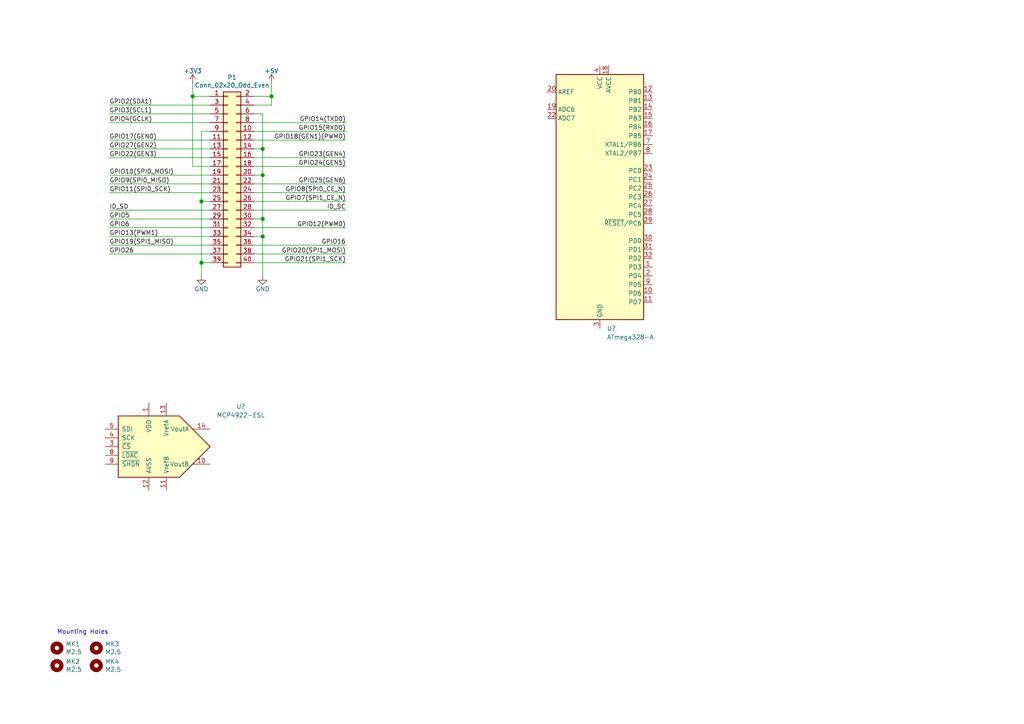
<source format=kicad_sch>
(kicad_sch (version 20211123) (generator eeschema)
  (paper "A4")
  (title_block (title "Audio Board for Raspberry Pi 3 based Open Tester") (date "2022-02-21") (rev "0.1") (company "Beech Grove"))
  (lib_symbols
    (symbol "Analog_DAC:MCP4922-ESL" (pin_names (offset 1.016))
      (property "Reference" "U" (at -10.16 10.16 0))
      (property "Value" "MCP4922-ESL" (at 3.81 10.16 0))
      (symbol "MCP4922-ESL_0_1"
        (polyline (pts (xy -11.43 8.89) (xy 6.35 8.89) (xy 15.24 0) (xy 6.35 -8.89) (xy -11.43 -8.89) (xy -11.43 8.89)) (stroke (width 0.254)) (fill (type background)))
      )
      (symbol "MCP4922-ESL_1_1"
        (pin power_in line (at -2.54 12.7 270) (length 3.81) (name "VDD") (number "1"))
        (pin passive line (at 15.24 -5.08 180) (length 5.08) (name "VoutB") (number "10"))
        (pin passive line (at 2.54 -12.7 90) (length 3.81) (name "VrefB") (number "11"))
        (pin power_in line (at -2.54 -12.7 90) (length 3.81) (name "AVSS") (number "12"))
        (pin passive line (at 2.54 12.7 270) (length 3.81) (name "VrefA") (number "13"))
        (pin passive line (at 15.24 5.08 180) (length 5.08) (name "VoutA") (number "14"))
        (pin no_connect line (at -5.08 -12.7 90) (length 2.54) hide (name "NC") (number "2"))
        (pin input line (at -15.24 0 0) (length 3.81) (name "~{CS}") (number "3"))
        (pin input line (at -15.24 2.54 0) (length 3.81) (name "SCK") (number "4"))
        (pin input line (at -15.24 5.08 0) (length 3.81) (name "SDI") (number "5"))
        (pin no_connect line (at -7.62 -12.7 90) (length 2.54) hide (name "NC") (number "6"))
        (pin no_connect line (at -10.16 -12.7 90) (length 2.54) hide (name "NC") (number "7"))
        (pin input line (at -15.24 -2.54 0) (length 3.81) (name "~{LDAC}") (number "8"))
        (pin input line (at -15.24 -5.08 0) (length 3.81) (name "~{SHDN}") (number "9"))
      )
    )
    (symbol "Connector_Generic:Conn_02x20_Odd_Even" (pin_names (offset 1.016) hide)
      (property "Reference" "J" (at 1.27 25.4 0))
      (property "Value" "Conn_02x20_Odd_Even" (at 1.27 -27.94 0))
      (symbol "Conn_02x20_Odd_Even_1_1"
        (rectangle (start -1.27 -25.273) (end 0 -25.527) (stroke (width 0.1524)))
        (rectangle (start -1.27 -22.733) (end 0 -22.987) (stroke (width 0.1524)))
        (rectangle (start -1.27 -20.193) (end 0 -20.447) (stroke (width 0.1524)))
        (rectangle (start -1.27 -17.653) (end 0 -17.907) (stroke (width 0.1524)))
        (rectangle (start -1.27 -15.113) (end 0 -15.367) (stroke (width 0.1524)))
        (rectangle (start -1.27 -12.573) (end 0 -12.827) (stroke (width 0.1524)))
        (rectangle (start -1.27 -10.033) (end 0 -10.287) (stroke (width 0.1524)))
        (rectangle (start -1.27 -7.493) (end 0 -7.747) (stroke (width 0.1524)))
        (rectangle (start -1.27 -4.953) (end 0 -5.207) (stroke (width 0.1524)))
        (rectangle (start -1.27 -2.413) (end 0 -2.667) (stroke (width 0.1524)))
        (rectangle (start -1.27 0.127) (end 0 -0.127) (stroke (width 0.1524)))
        (rectangle (start -1.27 2.667) (end 0 2.413) (stroke (width 0.1524)))
        (rectangle (start -1.27 5.207) (end 0 4.953) (stroke (width 0.1524)))
        (rectangle (start -1.27 7.747) (end 0 7.493) (stroke (width 0.1524)))
        (rectangle (start -1.27 10.287) (end 0 10.033) (stroke (width 0.1524)))
        (rectangle (start -1.27 12.827) (end 0 12.573) (stroke (width 0.1524)))
        (rectangle (start -1.27 15.367) (end 0 15.113) (stroke (width 0.1524)))
        (rectangle (start -1.27 17.907) (end 0 17.653) (stroke (width 0.1524)))
        (rectangle (start -1.27 20.447) (end 0 20.193) (stroke (width 0.1524)))
        (rectangle (start -1.27 22.987) (end 0 22.733) (stroke (width 0.1524)))
        (rectangle (start -1.27 24.13) (end 3.81 -26.67) (stroke (width 0.254)) (fill (type background)))
        (rectangle (start 3.81 -25.273) (end 2.54 -25.527) (stroke (width 0.1524)))
        (rectangle (start 3.81 -22.733) (end 2.54 -22.987) (stroke (width 0.1524)))
        (rectangle (start 3.81 -20.193) (end 2.54 -20.447) (stroke (width 0.1524)))
        (rectangle (start 3.81 -17.653) (end 2.54 -17.907) (stroke (width 0.1524)))
        (rectangle (start 3.81 -15.113) (end 2.54 -15.367) (stroke (width 0.1524)))
        (rectangle (start 3.81 -12.573) (end 2.54 -12.827) (stroke (width 0.1524)))
        (rectangle (start 3.81 -10.033) (end 2.54 -10.287) (stroke (width 0.1524)))
        (rectangle (start 3.81 -7.493) (end 2.54 -7.747) (stroke (width 0.1524)))
        (rectangle (start 3.81 -4.953) (end 2.54 -5.207) (stroke (width 0.1524)))
        (rectangle (start 3.81 -2.413) (end 2.54 -2.667) (stroke (width 0.1524)))
        (rectangle (start 3.81 0.127) (end 2.54 -0.127) (stroke (width 0.1524)))
        (rectangle (start 3.81 2.667) (end 2.54 2.413) (stroke (width 0.1524)))
        (rectangle (start 3.81 5.207) (end 2.54 4.953) (stroke (width 0.1524)))
        (rectangle (start 3.81 7.747) (end 2.54 7.493) (stroke (width 0.1524)))
        (rectangle (start 3.81 10.287) (end 2.54 10.033) (stroke (width 0.1524)))
        (rectangle (start 3.81 12.827) (end 2.54 12.573) (stroke (width 0.1524)))
        (rectangle (start 3.81 15.367) (end 2.54 15.113) (stroke (width 0.1524)))
        (rectangle (start 3.81 17.907) (end 2.54 17.653) (stroke (width 0.1524)))
        (rectangle (start 3.81 20.447) (end 2.54 20.193) (stroke (width 0.1524)))
        (rectangle (start 3.81 22.987) (end 2.54 22.733) (stroke (width 0.1524)))
        (pin passive line (at -5.08 22.86 0) (length 3.81) (name "Pin_1") (number "1"))
        (pin passive line (at 7.62 12.7 180) (length 3.81) (name "Pin_10") (number "10"))
        (pin passive line (at -5.08 10.16 0) (length 3.81) (name "Pin_11") (number "11"))
        (pin passive line (at 7.62 10.16 180) (length 3.81) (name "Pin_12") (number "12"))
        (pin passive line (at -5.08 7.62 0) (length 3.81) (name "Pin_13") (number "13"))
        (pin passive line (at 7.62 7.62 180) (length 3.81) (name "Pin_14") (number "14"))
        (pin passive line (at -5.08 5.08 0) (length 3.81) (name "Pin_15") (number "15"))
        (pin passive line (at 7.62 5.08 180) (length 3.81) (name "Pin_16") (number "16"))
        (pin passive line (at -5.08 2.54 0) (length 3.81) (name "Pin_17") (number "17"))
        (pin passive line (at 7.62 2.54 180) (length 3.81) (name "Pin_18") (number "18"))
        (pin passive line (at -5.08 0 0) (length 3.81) (name "Pin_19") (number "19"))
        (pin passive line (at 7.62 22.86 180) (length 3.81) (name "Pin_2") (number "2"))
        (pin passive line (at 7.62 0 180) (length 3.81) (name "Pin_20") (number "20"))
        (pin passive line (at -5.08 -2.54 0) (length 3.81) (name "Pin_21") (number "21"))
        (pin passive line (at 7.62 -2.54 180) (length 3.81) (name "Pin_22") (number "22"))
        (pin passive line (at -5.08 -5.08 0) (length 3.81) (name "Pin_23") (number "23"))
        (pin passive line (at 7.62 -5.08 180) (length 3.81) (name "Pin_24") (number "24"))
        (pin passive line (at -5.08 -7.62 0) (length 3.81) (name "Pin_25") (number "25"))
        (pin passive line (at 7.62 -7.62 180) (length 3.81) (name "Pin_26") (number "26"))
        (pin passive line (at -5.08 -10.16 0) (length 3.81) (name "Pin_27") (number "27"))
        (pin passive line (at 7.62 -10.16 180) (length 3.81) (name "Pin_28") (number "28"))
        (pin passive line (at -5.08 -12.7 0) (length 3.81) (name "Pin_29") (number "29"))
        (pin passive line (at -5.08 20.32 0) (length 3.81) (name "Pin_3") (number "3"))
        (pin passive line (at 7.62 -12.7 180) (length 3.81) (name "Pin_30") (number "30"))
        (pin passive line (at -5.08 -15.24 0) (length 3.81) (name "Pin_31") (number "31"))
        (pin passive line (at 7.62 -15.24 180) (length 3.81) (name "Pin_32") (number "32"))
        (pin passive line (at -5.08 -17.78 0) (length 3.81) (name "Pin_33") (number "33"))
        (pin passive line (at 7.62 -17.78 180) (length 3.81) (name "Pin_34") (number "34"))
        (pin passive line (at -5.08 -20.32 0) (length 3.81) (name "Pin_35") (number "35"))
        (pin passive line (at 7.62 -20.32 180) (length 3.81) (name "Pin_36") (number "36"))
        (pin passive line (at -5.08 -22.86 0) (length 3.81) (name "Pin_37") (number "37"))
        (pin passive line (at 7.62 -22.86 180) (length 3.81) (name "Pin_38") (number "38"))
        (pin passive line (at -5.08 -25.4 0) (length 3.81) (name "Pin_39") (number "39"))
        (pin passive line (at 7.62 20.32 180) (length 3.81) (name "Pin_4") (number "4"))
        (pin passive line (at 7.62 -25.4 180) (length 3.81) (name "Pin_40") (number "40"))
        (pin passive line (at -5.08 17.78 0) (length 3.81) (name "Pin_5") (number "5"))
        (pin passive line (at 7.62 17.78 180) (length 3.81) (name "Pin_6") (number "6"))
        (pin passive line (at -5.08 15.24 0) (length 3.81) (name "Pin_7") (number "7"))
        (pin passive line (at 7.62 15.24 180) (length 3.81) (name "Pin_8") (number "8"))
        (pin passive line (at -5.08 12.7 0) (length 3.81) (name "Pin_9") (number "9"))
      )
    )
    (symbol "MCU_Microchip_ATmega:ATmega328-A"
      (property "Reference" "U" (at -12.7 36.83 0))
      (property "Value" "ATmega328-A" (at 2.54 -36.83 0))
      (symbol "ATmega328-A_0_1"
        (rectangle (start -12.7 -35.56) (end 12.7 35.56) (stroke (width 0.254)) (fill (type background)))
      )
      (symbol "ATmega328-A_1_1"
        (pin bidirectional line (at 15.24 -20.32 180) (length 2.54) (name "PD3") (number "1"))
        (pin bidirectional line (at 15.24 -27.94 180) (length 2.54) (name "PD6") (number "10"))
        (pin bidirectional line (at 15.24 -30.48 180) (length 2.54) (name "PD7") (number "11"))
        (pin bidirectional line (at 15.24 30.48 180) (length 2.54) (name "PB0") (number "12"))
        (pin bidirectional line (at 15.24 27.94 180) (length 2.54) (name "PB1") (number "13"))
        (pin bidirectional line (at 15.24 25.4 180) (length 2.54) (name "PB2") (number "14"))
        (pin bidirectional line (at 15.24 22.86 180) (length 2.54) (name "PB3") (number "15"))
        (pin bidirectional line (at 15.24 20.32 180) (length 2.54) (name "PB4") (number "16"))
        (pin bidirectional line (at 15.24 17.78 180) (length 2.54) (name "PB5") (number "17"))
        (pin power_in line (at 2.54 38.1 270) (length 2.54) (name "AVCC") (number "18"))
        (pin input line (at -15.24 25.4 0) (length 2.54) (name "ADC6") (number "19"))
        (pin bidirectional line (at 15.24 -22.86 180) (length 2.54) (name "PD4") (number "2"))
        (pin passive line (at -15.24 30.48 0) (length 2.54) (name "AREF") (number "20"))
        (pin passive line (at 0 -38.1 90) (length 2.54) hide (name "GND") (number "21"))
        (pin input line (at -15.24 22.86 0) (length 2.54) (name "ADC7") (number "22"))
        (pin bidirectional line (at 15.24 7.62 180) (length 2.54) (name "PC0") (number "23"))
        (pin bidirectional line (at 15.24 5.08 180) (length 2.54) (name "PC1") (number "24"))
        (pin bidirectional line (at 15.24 2.54 180) (length 2.54) (name "PC2") (number "25"))
        (pin bidirectional line (at 15.24 0 180) (length 2.54) (name "PC3") (number "26"))
        (pin bidirectional line (at 15.24 -2.54 180) (length 2.54) (name "PC4") (number "27"))
        (pin bidirectional line (at 15.24 -5.08 180) (length 2.54) (name "PC5") (number "28"))
        (pin bidirectional line (at 15.24 -7.62 180) (length 2.54) (name "~{RESET}/PC6") (number "29"))
        (pin power_in line (at 0 -38.1 90) (length 2.54) (name "GND") (number "3"))
        (pin bidirectional line (at 15.24 -12.7 180) (length 2.54) (name "PD0") (number "30"))
        (pin bidirectional line (at 15.24 -15.24 180) (length 2.54) (name "PD1") (number "31"))
        (pin bidirectional line (at 15.24 -17.78 180) (length 2.54) (name "PD2") (number "32"))
        (pin power_in line (at 0 38.1 270) (length 2.54) (name "VCC") (number "4"))
        (pin passive line (at 0 -38.1 90) (length 2.54) hide (name "GND") (number "5"))
        (pin passive line (at 0 38.1 270) (length 2.54) hide (name "VCC") (number "6"))
        (pin bidirectional line (at 15.24 15.24 180) (length 2.54) (name "XTAL1/PB6") (number "7"))
        (pin bidirectional line (at 15.24 12.7 180) (length 2.54) (name "XTAL2/PB7") (number "8"))
        (pin bidirectional line (at 15.24 -25.4 180) (length 2.54) (name "PD5") (number "9"))
      )
    )
    (symbol "Mechanical:MountingHole" (pin_names (offset 1.016))
      (property "Reference" "H" (at 0 5.08 0))
      (property "Value" "MountingHole" (at 0 3.175 0))
      (symbol "MountingHole_0_1"
        (circle (center 0 0) (radius 1.27) (stroke (width 1.27)))
      )
    )
    (symbol "power:+3.3V" (power) (pin_names (offset 0))
      (property "Value" "+3.3V" (at 0 3.556 0))
      (symbol "+3.3V_0_1"
        (polyline (pts (xy -0.762 1.27) (xy 0 2.54)))
        (polyline (pts (xy 0 0) (xy 0 2.54)))
        (polyline (pts (xy 0 2.54) (xy 0.762 1.27)))
      )
      (symbol "+3.3V_1_1"
        (pin power_in line (at 0 0 90) (length 0) hide (name "+3V3") (number "1"))
      )
    )
    (symbol "power:+5V" (power) (pin_names (offset 0))
      (property "Value" "+5V" (at 0 3.556 0))
      (symbol "+5V_0_1"
        (polyline (pts (xy -0.762 1.27) (xy 0 2.54)))
        (polyline (pts (xy 0 0) (xy 0 2.54)))
        (polyline (pts (xy 0 2.54) (xy 0.762 1.27)))
      )
      (symbol "+5V_1_1"
        (pin power_in line (at 0 0 90) (length 0) hide (name "+5V") (number "1"))
      )
    )
    (symbol "power:GND" (power) (pin_names (offset 0))
      (property "Value" "GND" (at 0 -3.81 0))
      (symbol "GND_0_1"
        (polyline (pts (xy 0 0) (xy 0 -1.27) (xy 1.27 -1.27) (xy 0 -2.54) (xy -1.27 -1.27) (xy 0 -1.27)))
      )
      (symbol "GND_1_1"
        (pin power_in line (at 0 0 270) (length 0) hide (name "GND") (number "1"))
      )
    )
  )
  (junction (at 76.2 50.8) (diameter 1.016))
  (junction (at 58.42 76.2) (diameter 1.016))
  (junction (at 55.88 27.94) (diameter 1.016))
  (junction (at 78.74 27.94) (diameter 1.016))
  (junction (at 58.42 58.42) (diameter 1.016))
  (junction (at 76.2 43.18) (diameter 1.016))
  (junction (at 76.2 63.5) (diameter 1.016))
  (junction (at 76.2 68.58) (diameter 1.016))
  (wire (pts (xy 55.88 27.94) (xy 60.96 27.94)))
  (wire (pts (xy 73.66 71.12) (xy 100.33 71.12)))
  (wire (pts (xy 78.74 27.94) (xy 78.74 30.48)))
  (wire (pts (xy 76.2 43.18) (xy 76.2 50.8)))
  (wire (pts (xy 73.66 35.56) (xy 100.33 35.56)))
  (wire (pts (xy 76.2 33.02) (xy 73.66 33.02)))
  (wire (pts (xy 73.66 66.04) (xy 100.33 66.04)))
  (wire (pts (xy 31.75 53.34) (xy 60.96 53.34)))
  (wire (pts (xy 60.96 60.96) (xy 31.75 60.96)))
  (wire (pts (xy 76.2 43.18) (xy 73.66 43.18)))
  (wire (pts (xy 55.88 27.94) (xy 55.88 48.26)))
  (wire (pts (xy 31.75 63.5) (xy 60.96 63.5)))
  (wire (pts (xy 58.42 38.1) (xy 60.96 38.1)))
  (wire (pts (xy 76.2 50.8) (xy 73.66 50.8)))
  (wire (pts (xy 60.96 30.48) (xy 31.75 30.48)))
  (wire (pts (xy 73.66 76.2) (xy 100.33 76.2)))
  (wire (pts (xy 31.75 71.12) (xy 60.96 71.12)))
  (wire (pts (xy 31.75 45.72) (xy 60.96 45.72)))
  (wire (pts (xy 73.66 58.42) (xy 100.33 58.42)))
  (wire (pts (xy 31.75 73.66) (xy 60.96 73.66)))
  (wire (pts (xy 73.66 48.26) (xy 100.33 48.26)))
  (wire (pts (xy 55.88 48.26) (xy 60.96 48.26)))
  (wire (pts (xy 60.96 50.8) (xy 31.75 50.8)))
  (wire (pts (xy 31.75 33.02) (xy 60.96 33.02)))
  (wire (pts (xy 76.2 63.5) (xy 76.2 68.58)))
  (wire (pts (xy 58.42 58.42) (xy 58.42 76.2)))
  (wire (pts (xy 78.74 27.94) (xy 73.66 27.94)))
  (wire (pts (xy 78.74 30.48) (xy 73.66 30.48)))
  (wire (pts (xy 58.42 76.2) (xy 60.96 76.2)))
  (wire (pts (xy 58.42 38.1) (xy 58.42 58.42)))
  (wire (pts (xy 73.66 53.34) (xy 100.33 53.34)))
  (wire (pts (xy 76.2 33.02) (xy 76.2 43.18)))
  (wire (pts (xy 76.2 63.5) (xy 73.66 63.5)))
  (wire (pts (xy 76.2 68.58) (xy 76.2 80.01)))
  (wire (pts (xy 31.75 55.88) (xy 60.96 55.88)))
  (wire (pts (xy 76.2 68.58) (xy 73.66 68.58)))
  (wire (pts (xy 31.75 66.04) (xy 60.96 66.04)))
  (wire (pts (xy 31.75 35.56) (xy 60.96 35.56)))
  (wire (pts (xy 31.75 43.18) (xy 60.96 43.18)))
  (wire (pts (xy 58.42 76.2) (xy 58.42 80.01)))
  (wire (pts (xy 76.2 50.8) (xy 76.2 63.5)))
  (wire (pts (xy 73.66 38.1) (xy 100.33 38.1)))
  (wire (pts (xy 73.66 60.96) (xy 100.33 60.96)))
  (wire (pts (xy 55.88 24.13) (xy 55.88 27.94)))
  (wire (pts (xy 73.66 40.64) (xy 100.33 40.64)))
  (wire (pts (xy 73.66 55.88) (xy 100.33 55.88)))
  (wire (pts (xy 73.66 45.72) (xy 100.33 45.72)))
  (wire (pts (xy 60.96 40.64) (xy 31.75 40.64)))
  (wire (pts (xy 73.66 73.66) (xy 100.33 73.66)))
  (wire (pts (xy 58.42 58.42) (xy 60.96 58.42)))
  (wire (pts (xy 78.74 24.13) (xy 78.74 27.94)))
  (wire (pts (xy 60.96 68.58) (xy 31.75 68.58)))
  (text "Mounting Holes" (at 16.51 184.15 0) (effects (font (size 1.27 1.27)) (justify left bottom)))
  (label "GPIO5" (at 31.75 63.5 0))
  (label "GPIO13(PWM1)" (at 31.75 68.58 0))
  (label "GPIO7(SPI1_CE_N)" (at 100.33 58.42 180))
  (label "GPIO25(GEN6)" (at 100.33 53.34 180))
  (label "ID_SD" (at 31.75 60.96 0))
  (label "GPIO17(GEN0)" (at 31.75 40.64 0))
  (label "GPIO20(SPI1_MOSI)" (at 100.33 73.66 180))
  (label "GPIO15(RXD0)" (at 100.33 38.1 180))
  (label "ID_SC" (at 100.33 60.96 180))
  (label "GPIO4(GCLK)" (at 31.75 35.56 0))
  (label "GPIO19(SPI1_MISO)" (at 31.75 71.12 0))
  (label "GPIO16" (at 100.33 71.12 180))
  (label "GPIO21(SPI1_SCK)" (at 100.33 76.2 180))
  (label "GPIO14(TXD0)" (at 100.33 35.56 180))
  (label "GPIO3(SCL1)" (at 31.75 33.02 0))
  (label "GPIO8(SPI0_CE_N)" (at 100.33 55.88 180))
  (label "GPIO6" (at 31.75 66.04 0))
  (label "GPIO27(GEN2)" (at 31.75 43.18 0))
  (label "GPIO26" (at 31.75 73.66 0))
  (label "GPIO24(GEN5)" (at 100.33 48.26 180))
  (label "GPIO18(GEN1)(PWM0)" (at 100.33 40.64 180))
  (label "GPIO23(GEN4)" (at 100.33 45.72 180))
  (label "GPIO9(SPI0_MISO)" (at 31.75 53.34 0))
  (label "GPIO10(SPI0_MOSI)" (at 31.75 50.8 0))
  (label "GPIO12(PWM0)" (at 100.33 66.04 180))
  (label "GPIO2(SDA1)" (at 31.75 30.48 0))
  (label "GPIO22(GEN3)" (at 31.75 45.72 0))
  (label "GPIO11(SPI0_SCK)" (at 31.75 55.88 0))
  (symbol (lib_id "power:+5V") (at 78.74 24.13 0) (unit 1)
    (property "Reference" "#PWR01" (effects hide))
    (property "Value" "+5V" (at 78.74 20.574 0))
  )
  (symbol (lib_id "power:+3.3V") (at 55.88 24.13 0) (unit 1)
    (property "Reference" "#PWR04" (effects hide))
    (property "Value" "+3.3V" (at 55.88 20.574 0))
  )
  (symbol (lib_id "power:GND") (at 76.2 80.01 0) (unit 1)
    (property "Reference" "#PWR02" (effects hide))
    (property "Value" "GND" (at 76.2 83.82 0))
  )
  (symbol (lib_id "power:GND") (at 58.42 80.01 0) (unit 1)
    (property "Reference" "#PWR03" (effects hide))
    (property "Value" "GND" (at 58.42 83.82 0))
  )
  (symbol (lib_id "Mechanical:MountingHole") (at 16.51 187.96 0) (unit 1)
    (property "Reference" "MK1" (at 19.05 186.7916 0) (effects (justify left)))
    (property "Value" "M2.5" (at 19.05 189.103 0) (effects (justify left)))
    (property "Footprint" "MountingHole:MountingHole_2.7mm_M2.5" (effects hide))
  )
  (symbol (lib_id "Mechanical:MountingHole") (at 27.94 187.96 0) (unit 1)
    (property "Reference" "MK3" (at 30.48 186.7916 0) (effects (justify left)))
    (property "Value" "M2.5" (at 30.48 189.103 0) (effects (justify left)))
    (property "Footprint" "MountingHole:MountingHole_2.7mm_M2.5" (effects hide))
  )
  (symbol (lib_id "Mechanical:MountingHole") (at 16.51 193.04 0) (unit 1)
    (property "Reference" "MK2" (at 19.05 191.8716 0) (effects (justify left)))
    (property "Value" "M2.5" (at 19.05 194.183 0) (effects (justify left)))
    (property "Footprint" "MountingHole:MountingHole_2.7mm_M2.5" (effects hide))
  )
  (symbol (lib_id "Mechanical:MountingHole") (at 27.94 193.04 0) (unit 1)
    (property "Reference" "MK4" (at 30.48 191.8716 0) (effects (justify left)))
    (property "Value" "M2.5" (at 30.48 194.183 0) (effects (justify left)))
    (property "Footprint" "MountingHole:MountingHole_2.7mm_M2.5" (effects hide))
  )
  (symbol (lib_id "Connector_Generic:Conn_02x20_Odd_Even") (at 66.04 50.8 0) (unit 1)
    (property "Reference" "P1" (at 67.31 22.4282 0))
    (property "Value" "Conn_02x20_Odd_Even" (at 67.31 24.7396 0))
    (property "Footprint" "Connector_PinSocket_2.54mm:PinSocket_2x20_P2.54mm_Vertical" (effects hide))
  )
  (symbol (lib_id "MCU_Microchip_ATmega:ATmega328-A") (at 173.99 57.15 0) (unit 1)
    (property "Reference" "U?" (at 176.0094 95.25 0) (effects (justify left)))
    (property "Value" "ATmega328-A" (at 176.0094 97.79 0) (effects (justify left)))
    (property "Footprint" "Package_QFP:TQFP-32_7x7mm_P0.8mm" (effects hide))
    (property "Datasheet" "http://ww1.microchip.com/downloads/en/DeviceDoc/ATmega328_P%20AVR%20MCU%20with%20picoPower%20Technology%20Data%20Sheet%2040001984A.pdf" (effects hide))
  )
  (symbol (lib_id "Analog_DAC:MCP4922-ESL") (at 45.72 129.54 0) (unit 1)
    (property "Reference" "U?" (at 69.85 117.8812 0))
    (property "Value" "MCP4922-ESL" (at 69.85 120.4212 0))
    (property "Datasheet" "http://ww1.microchip.com/downloads/en/devicedoc/21897a.pdf" (effects hide))
  )
)
</source>
